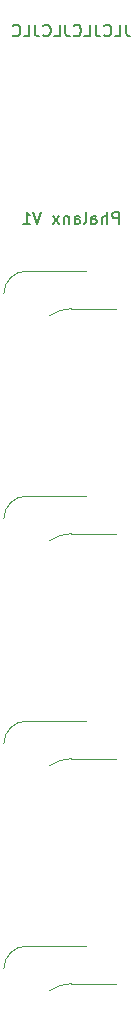
<source format=gbo>
%TF.GenerationSoftware,KiCad,Pcbnew,(6.0.1-0)*%
%TF.CreationDate,2022-02-06T12:01:47+08:00*%
%TF.ProjectId,Phalanx,5068616c-616e-4782-9e6b-696361645f70,rev?*%
%TF.SameCoordinates,Original*%
%TF.FileFunction,Legend,Bot*%
%TF.FilePolarity,Positive*%
%FSLAX46Y46*%
G04 Gerber Fmt 4.6, Leading zero omitted, Abs format (unit mm)*
G04 Created by KiCad (PCBNEW (6.0.1-0)) date 2022-02-06 12:01:47*
%MOMM*%
%LPD*%
G01*
G04 APERTURE LIST*
%ADD10C,0.150000*%
%ADD11C,0.120000*%
%ADD12R,1.700000X1.700000*%
%ADD13O,1.700000X1.700000*%
%ADD14C,1.900000*%
%ADD15C,4.000000*%
%ADD16C,3.000000*%
%ADD17R,2.550000X2.500000*%
%ADD18O,2.500000X2.000000*%
G04 APERTURE END LIST*
D10*
X106219047Y-51522380D02*
X106219047Y-52236666D01*
X106266666Y-52379523D01*
X106361904Y-52474761D01*
X106504761Y-52522380D01*
X106600000Y-52522380D01*
X105266666Y-52522380D02*
X105742857Y-52522380D01*
X105742857Y-51522380D01*
X104361904Y-52427142D02*
X104409523Y-52474761D01*
X104552380Y-52522380D01*
X104647619Y-52522380D01*
X104790476Y-52474761D01*
X104885714Y-52379523D01*
X104933333Y-52284285D01*
X104980952Y-52093809D01*
X104980952Y-51950952D01*
X104933333Y-51760476D01*
X104885714Y-51665238D01*
X104790476Y-51570000D01*
X104647619Y-51522380D01*
X104552380Y-51522380D01*
X104409523Y-51570000D01*
X104361904Y-51617619D01*
X103647619Y-51522380D02*
X103647619Y-52236666D01*
X103695238Y-52379523D01*
X103790476Y-52474761D01*
X103933333Y-52522380D01*
X104028571Y-52522380D01*
X102695238Y-52522380D02*
X103171428Y-52522380D01*
X103171428Y-51522380D01*
X101790476Y-52427142D02*
X101838095Y-52474761D01*
X101980952Y-52522380D01*
X102076190Y-52522380D01*
X102219047Y-52474761D01*
X102314285Y-52379523D01*
X102361904Y-52284285D01*
X102409523Y-52093809D01*
X102409523Y-51950952D01*
X102361904Y-51760476D01*
X102314285Y-51665238D01*
X102219047Y-51570000D01*
X102076190Y-51522380D01*
X101980952Y-51522380D01*
X101838095Y-51570000D01*
X101790476Y-51617619D01*
X101076190Y-51522380D02*
X101076190Y-52236666D01*
X101123809Y-52379523D01*
X101219047Y-52474761D01*
X101361904Y-52522380D01*
X101457142Y-52522380D01*
X100123809Y-52522380D02*
X100600000Y-52522380D01*
X100600000Y-51522380D01*
X99219047Y-52427142D02*
X99266666Y-52474761D01*
X99409523Y-52522380D01*
X99504761Y-52522380D01*
X99647619Y-52474761D01*
X99742857Y-52379523D01*
X99790476Y-52284285D01*
X99838095Y-52093809D01*
X99838095Y-51950952D01*
X99790476Y-51760476D01*
X99742857Y-51665238D01*
X99647619Y-51570000D01*
X99504761Y-51522380D01*
X99409523Y-51522380D01*
X99266666Y-51570000D01*
X99219047Y-51617619D01*
X98504761Y-51522380D02*
X98504761Y-52236666D01*
X98552380Y-52379523D01*
X98647619Y-52474761D01*
X98790476Y-52522380D01*
X98885714Y-52522380D01*
X97552380Y-52522380D02*
X98028571Y-52522380D01*
X98028571Y-51522380D01*
X96647619Y-52427142D02*
X96695238Y-52474761D01*
X96838095Y-52522380D01*
X96933333Y-52522380D01*
X97076190Y-52474761D01*
X97171428Y-52379523D01*
X97219047Y-52284285D01*
X97266666Y-52093809D01*
X97266666Y-51950952D01*
X97219047Y-51760476D01*
X97171428Y-51665238D01*
X97076190Y-51570000D01*
X96933333Y-51522380D01*
X96838095Y-51522380D01*
X96695238Y-51570000D01*
X96647619Y-51617619D01*
X105623809Y-68397380D02*
X105623809Y-67397380D01*
X105242857Y-67397380D01*
X105147619Y-67445000D01*
X105100000Y-67492619D01*
X105052380Y-67587857D01*
X105052380Y-67730714D01*
X105100000Y-67825952D01*
X105147619Y-67873571D01*
X105242857Y-67921190D01*
X105623809Y-67921190D01*
X104623809Y-68397380D02*
X104623809Y-67397380D01*
X104195238Y-68397380D02*
X104195238Y-67873571D01*
X104242857Y-67778333D01*
X104338095Y-67730714D01*
X104480952Y-67730714D01*
X104576190Y-67778333D01*
X104623809Y-67825952D01*
X103290476Y-68397380D02*
X103290476Y-67873571D01*
X103338095Y-67778333D01*
X103433333Y-67730714D01*
X103623809Y-67730714D01*
X103719047Y-67778333D01*
X103290476Y-68349761D02*
X103385714Y-68397380D01*
X103623809Y-68397380D01*
X103719047Y-68349761D01*
X103766666Y-68254523D01*
X103766666Y-68159285D01*
X103719047Y-68064047D01*
X103623809Y-68016428D01*
X103385714Y-68016428D01*
X103290476Y-67968809D01*
X102671428Y-68397380D02*
X102766666Y-68349761D01*
X102814285Y-68254523D01*
X102814285Y-67397380D01*
X101861904Y-68397380D02*
X101861904Y-67873571D01*
X101909523Y-67778333D01*
X102004761Y-67730714D01*
X102195238Y-67730714D01*
X102290476Y-67778333D01*
X101861904Y-68349761D02*
X101957142Y-68397380D01*
X102195238Y-68397380D01*
X102290476Y-68349761D01*
X102338095Y-68254523D01*
X102338095Y-68159285D01*
X102290476Y-68064047D01*
X102195238Y-68016428D01*
X101957142Y-68016428D01*
X101861904Y-67968809D01*
X101385714Y-67730714D02*
X101385714Y-68397380D01*
X101385714Y-67825952D02*
X101338095Y-67778333D01*
X101242857Y-67730714D01*
X101100000Y-67730714D01*
X101004761Y-67778333D01*
X100957142Y-67873571D01*
X100957142Y-68397380D01*
X100576190Y-68397380D02*
X100052380Y-67730714D01*
X100576190Y-67730714D02*
X100052380Y-68397380D01*
X99052380Y-67397380D02*
X98719047Y-68397380D01*
X98385714Y-67397380D01*
X97528571Y-68397380D02*
X98100000Y-68397380D01*
X97814285Y-68397380D02*
X97814285Y-67397380D01*
X97909523Y-67540238D01*
X98004761Y-67635476D01*
X98100000Y-67683095D01*
D11*
%TO.C,SW3*%
X97790000Y-110490000D02*
X102870000Y-110490000D01*
X101600000Y-113665000D02*
X105410000Y-113665000D01*
X97790000Y-110490000D02*
G75*
G03*
X95885000Y-112395000I1J-1905001D01*
G01*
X101600000Y-113665000D02*
G75*
G03*
X99695000Y-114300000I3J-3175009D01*
G01*
%TO.C,SW4*%
X101600000Y-132715000D02*
X105410000Y-132715000D01*
X97790000Y-129540000D02*
X102870000Y-129540000D01*
X97790000Y-129540000D02*
G75*
G03*
X95885000Y-131445000I1J-1905001D01*
G01*
X101600000Y-132715000D02*
G75*
G03*
X99695000Y-133350000I3J-3175009D01*
G01*
%TO.C,SW2*%
X101600000Y-94615000D02*
X105410000Y-94615000D01*
X97790000Y-91440000D02*
X102870000Y-91440000D01*
X97790000Y-91440000D02*
G75*
G03*
X95885000Y-93345000I1J-1905001D01*
G01*
X101600000Y-94615000D02*
G75*
G03*
X99695000Y-95250000I3J-3175009D01*
G01*
%TO.C,SW1*%
X97790000Y-72390000D02*
X102870000Y-72390000D01*
X101600000Y-75565000D02*
X105410000Y-75565000D01*
X101600000Y-75565000D02*
G75*
G03*
X99695000Y-76200000I3J-3175009D01*
G01*
X97790000Y-72390000D02*
G75*
G03*
X95885000Y-74295000I1J-1905001D01*
G01*
%TD*%
%LPC*%
D12*
%TO.C,J1*%
X104140000Y-54610000D03*
D13*
X104140000Y-57150000D03*
X104140000Y-59690000D03*
X104140000Y-62230000D03*
X104140000Y-64770000D03*
%TD*%
D14*
%TO.C,SW3*%
X106680000Y-116840000D03*
D15*
X101600000Y-116840000D03*
D14*
X96520000Y-116840000D03*
D16*
X104140000Y-111760000D03*
X97790000Y-114300000D03*
D17*
X94515000Y-114300000D03*
D18*
X99060000Y-121920000D03*
D17*
X107442000Y-111760000D03*
D18*
X105410000Y-119380000D03*
%TD*%
D14*
%TO.C,SW4*%
X96520000Y-135890000D03*
D15*
X101600000Y-135890000D03*
D16*
X104140000Y-130810000D03*
D14*
X106680000Y-135890000D03*
D16*
X97790000Y-133350000D03*
D17*
X94515000Y-133350000D03*
D18*
X99060000Y-140970000D03*
X105410000Y-138430000D03*
D17*
X107442000Y-130810000D03*
%TD*%
D14*
%TO.C,SW2*%
X96520000Y-97790000D03*
X106680000Y-97790000D03*
D15*
X101600000Y-97790000D03*
D16*
X104140000Y-92710000D03*
X97790000Y-95250000D03*
D17*
X94515000Y-95250000D03*
D18*
X99060000Y-102870000D03*
X105410000Y-100330000D03*
D17*
X107442000Y-92710000D03*
%TD*%
D12*
%TO.C,J2*%
X99060000Y-54610000D03*
D13*
X99060000Y-57150000D03*
X99060000Y-59690000D03*
X99060000Y-62230000D03*
X99060000Y-64770000D03*
%TD*%
D12*
%TO.C,J3*%
X96520000Y-144145000D03*
D13*
X99060000Y-144145000D03*
X101600000Y-144145000D03*
X104140000Y-144145000D03*
X106680000Y-144145000D03*
%TD*%
D14*
%TO.C,SW1*%
X96520000Y-78740000D03*
D16*
X97790000Y-76200000D03*
D15*
X101600000Y-78740000D03*
D16*
X104140000Y-73660000D03*
D14*
X106680000Y-78740000D03*
D18*
X99060000Y-83820000D03*
D17*
X94515000Y-76200000D03*
D18*
X105410000Y-81280000D03*
D17*
X107442000Y-73660000D03*
%TD*%
M02*

</source>
